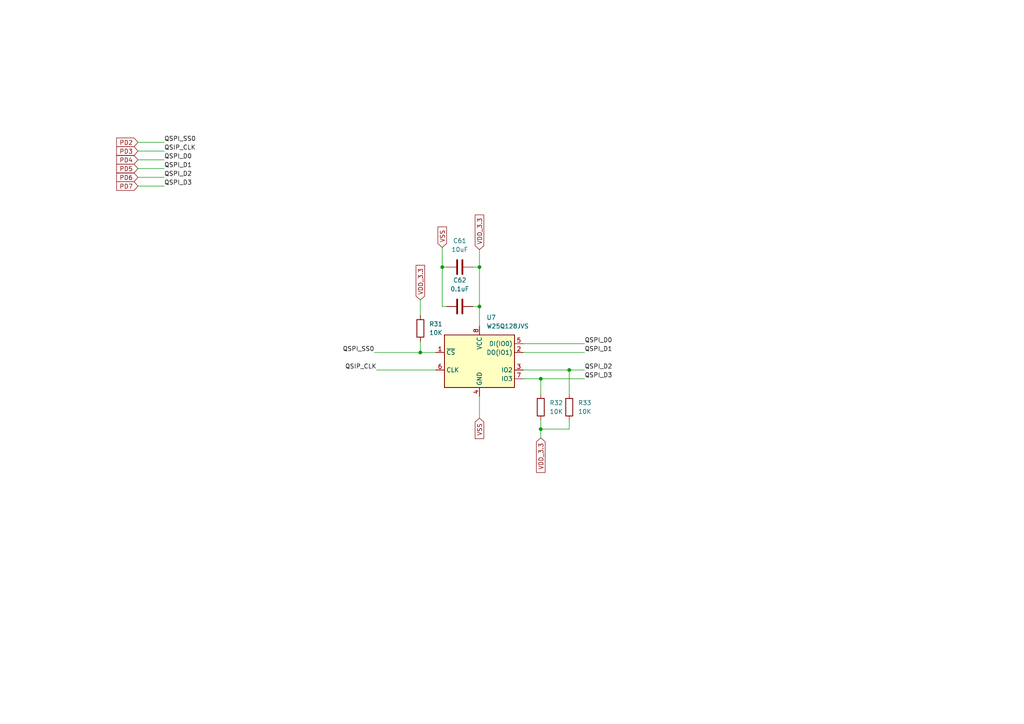
<source format=kicad_sch>
(kicad_sch (version 20231120) (generator "eeschema") (generator_version "8.0")
  (paper "A4")
  (lib_symbols
    (symbol "Device:C" (pin_numbers hide) (pin_names (offset 0.254))
      (property "Reference" "C" (at 0.635 2.54 0))
      (property "Value" "C" (at 0.635 -2.54 0))
      (symbol "C_0_1"
        (polyline (pts (xy -2.032 -0.762) (xy 2.032 -0.762)) (stroke (width 0.508)))
        (polyline (pts (xy -2.032 0.762) (xy 2.032 0.762)) (stroke (width 0.508)))
      )
      (symbol "C_1_1"
        (pin passive line (at 0 3.81 270) (length 2.794) (name "~") (number "1"))
        (pin passive line (at 0 -3.81 90) (length 2.794) (name "~") (number "2"))
      )
    )
    (symbol "Device:R" (pin_numbers hide) (pin_names (offset 0))
      (property "Reference" "R" (at 2.032 0 90))
      (property "Value" "R" (at 0 0 90))
      (symbol "R_0_1"
        (rectangle (start -1.016 -2.54) (end 1.016 2.54) (stroke (width 0.254)))
      )
      (symbol "R_1_1"
        (pin passive line (at 0 3.81 270) (length 1.27) (name "~") (number "1"))
        (pin passive line (at 0 -3.81 90) (length 1.27) (name "~") (number "2"))
      )
    )
    (symbol "Memory_Flash:W25Q128JVS"
      (property "Reference" "U" (at -8.89 8.89 0))
      (property "Value" "W25Q128JVS" (at 7.62 8.89 0))
      (symbol "W25Q128JVS_0_1"
        (rectangle (start -10.16 7.62) (end 10.16 -7.62) (stroke (width 0.254)) (fill (type background)))
      )
      (symbol "W25Q128JVS_1_1"
        (pin input line (at -12.7 2.54 0) (length 2.54) (name "~{CS}") (number "1"))
        (pin bidirectional line (at 12.7 2.54 180) (length 2.54) (name "DO(IO1)") (number "2"))
        (pin bidirectional line (at 12.7 -2.54 180) (length 2.54) (name "IO2") (number "3"))
        (pin power_in line (at 0 -10.16 90) (length 2.54) (name "GND") (number "4"))
        (pin bidirectional line (at 12.7 5.08 180) (length 2.54) (name "DI(IO0)") (number "5"))
        (pin input line (at -12.7 -2.54 0) (length 2.54) (name "CLK") (number "6"))
        (pin bidirectional line (at 12.7 -5.08 180) (length 2.54) (name "IO3") (number "7"))
        (pin power_in line (at 0 10.16 270) (length 2.54) (name "VCC") (number "8"))
      )
    )
  )
  (junction (at 128.27 77.47))
  (junction (at 156.845 124.46))
  (junction (at 139.065 88.9))
  (junction (at 156.845 109.855))
  (junction (at 165.1 107.315))
  (junction (at 139.065 77.47))
  (junction (at 121.92 102.235))
  (wire (pts (xy 128.27 77.47) (xy 129.54 77.47)))
  (wire (pts (xy 139.065 88.9) (xy 139.065 94.615)))
  (wire (pts (xy 128.27 88.9) (xy 129.54 88.9)))
  (wire (pts (xy 156.845 109.855) (xy 156.845 114.3)))
  (wire (pts (xy 40.005 48.895) (xy 47.625 48.895)))
  (wire (pts (xy 109.22 107.315) (xy 126.365 107.315)))
  (wire (pts (xy 151.765 107.315) (xy 165.1 107.315)))
  (wire (pts (xy 40.005 46.355) (xy 47.625 46.355)))
  (wire (pts (xy 156.845 109.855) (xy 169.545 109.855)))
  (wire (pts (xy 40.005 51.435) (xy 47.625 51.435)))
  (wire (pts (xy 165.1 107.315) (xy 169.545 107.315)))
  (wire (pts (xy 121.92 102.235) (xy 126.365 102.235)))
  (wire (pts (xy 139.065 72.39) (xy 139.065 77.47)))
  (wire (pts (xy 165.1 121.92) (xy 165.1 124.46)))
  (wire (pts (xy 151.765 109.855) (xy 156.845 109.855)))
  (wire (pts (xy 108.585 102.235) (xy 121.92 102.235)))
  (wire (pts (xy 156.845 124.46) (xy 156.845 127)))
  (wire (pts (xy 137.16 88.9) (xy 139.065 88.9)))
  (wire (pts (xy 40.005 43.815) (xy 47.625 43.815)))
  (wire (pts (xy 165.1 107.315) (xy 165.1 114.3)))
  (wire (pts (xy 139.065 77.47) (xy 139.065 88.9)))
  (wire (pts (xy 40.005 53.975) (xy 47.625 53.975)))
  (wire (pts (xy 128.27 77.47) (xy 128.27 71.755)))
  (wire (pts (xy 156.845 124.46) (xy 165.1 124.46)))
  (wire (pts (xy 128.27 88.9) (xy 128.27 77.47)))
  (wire (pts (xy 40.005 41.275) (xy 47.625 41.275)))
  (wire (pts (xy 139.065 121.285) (xy 139.065 114.935)))
  (wire (pts (xy 121.92 99.06) (xy 121.92 102.235)))
  (wire (pts (xy 169.545 102.235) (xy 151.765 102.235)))
  (wire (pts (xy 137.16 77.47) (xy 139.065 77.47)))
  (wire (pts (xy 156.845 121.92) (xy 156.845 124.46)))
  (wire (pts (xy 169.545 99.695) (xy 151.765 99.695)))
  (wire (pts (xy 121.92 86.995) (xy 121.92 91.44)))
  (label "QSPI_D0" (at 169.545 99.695 0))
  (label "QSPI_D3" (at 169.545 109.855 0))
  (label "QSPI_D0" (at 47.625 46.355 0))
  (label "QSPI_D1" (at 47.625 48.895 0))
  (label "QSPI_SS0" (at 108.585 102.235 180))
  (label "QSPI_SS0" (at 47.625 41.275 0))
  (label "QSPI_D3" (at 47.625 53.975 0))
  (label "QSPI_D2" (at 169.545 107.315 0))
  (label "QSIP_CLK" (at 47.625 43.815 0))
  (label "QSPI_D2" (at 47.625 51.435 0))
  (label "QSPI_D1" (at 169.545 102.235 0))
  (label "QSIP_CLK" (at 109.22 107.315 180))
  (global_label "PD4" (shape input) (at 40.005 46.355 180) (property "Intersheetrefs" "${INTERSHEET_REFS}" (effects (hide yes))))
  (global_label "VSS" (shape input) (at 128.27 71.755 90) (property "Intersheetrefs" "${INTERSHEET_REFS}" (effects (hide yes))))
  (global_label "PD5" (shape input) (at 40.005 48.895 180) (property "Intersheetrefs" "${INTERSHEET_REFS}" (effects (hide yes))))
  (global_label "PD2" (shape input) (at 40.005 41.275 180) (property "Intersheetrefs" "${INTERSHEET_REFS}" (effects (hide yes))))
  (global_label "VDD_3.3" (shape input) (at 121.92 86.995 90) (property "Intersheetrefs" "${INTERSHEET_REFS}" (effects (hide yes))))
  (global_label "PD7" (shape input) (at 40.005 53.975 180) (property "Intersheetrefs" "${INTERSHEET_REFS}" (effects (hide yes))))
  (global_label "PD3" (shape input) (at 40.005 43.815 180) (property "Intersheetrefs" "${INTERSHEET_REFS}" (effects (hide yes))))
  (global_label "PD6" (shape input) (at 40.005 51.435 180) (property "Intersheetrefs" "${INTERSHEET_REFS}" (effects (hide yes))))
  (global_label "VDD_3.3" (shape input) (at 156.845 127 270) (property "Intersheetrefs" "${INTERSHEET_REFS}" (effects (hide yes))))
  (global_label "VDD_3.3" (shape input) (at 139.065 72.39 90) (property "Intersheetrefs" "${INTERSHEET_REFS}" (effects (hide yes))))
  (global_label "VSS" (shape input) (at 139.065 121.285 270) (property "Intersheetrefs" "${INTERSHEET_REFS}" (effects (hide yes))))
  (symbol (lib_id "Device:C") (at 133.35 88.9 90) (unit 1)
    (property "Reference" "C62" (at 133.35 81.28 90))
    (property "Value" "0.1uF" (at 133.35 83.82 90))
    (property "Footprint" "Capacitor_SMD:C_0402_1005Metric" (effects (hide yes)))
  )
  (symbol (lib_id "Device:R") (at 156.845 118.11 180) (unit 1)
    (property "Reference" "R32" (at 159.385 116.8399 0) (effects (justify right)))
    (property "Value" "10K" (at 159.385 119.3799 0) (effects (justify right)))
    (property "Footprint" "Resistor_SMD:R_0402_1005Metric" (effects (hide yes)))
  )
  (symbol (lib_id "Device:R") (at 165.1 118.11 180) (unit 1)
    (property "Reference" "R33" (at 167.64 116.8399 0) (effects (justify right)))
    (property "Value" "10K" (at 167.64 119.3799 0) (effects (justify right)))
    (property "Footprint" "Resistor_SMD:R_0402_1005Metric" (effects (hide yes)))
  )
  (symbol (lib_id "Memory_Flash:W25Q128JVS") (at 139.065 104.775 0) (unit 1)
    (property "Reference" "U7" (at 141.0844 92.075 0) (effects (justify left)))
    (property "Value" "W25Q128JVS" (at 141.0844 94.615 0) (effects (justify left)))
    (property "Footprint" "Package_SO:SOIC-8_5.23x5.23mm_P1.27mm" (effects (hide yes)))
    (property "Datasheet" "http://www.winbond.com/resource-files/w25q128jv_dtr%20revc%2003272018%20plus.pdf" (effects (hide yes)))
  )
  (symbol (lib_id "Device:C") (at 133.35 77.47 90) (unit 1)
    (property "Reference" "C61" (at 133.35 69.85 90))
    (property "Value" "10uF" (at 133.35 72.39 90))
    (property "Footprint" "Capacitor_SMD:C_0402_1005Metric" (effects (hide yes)))
  )
  (symbol (lib_id "Device:R") (at 121.92 95.25 180) (unit 1)
    (property "Reference" "R31" (at 124.46 93.9799 0) (effects (justify right)))
    (property "Value" "10K" (at 124.46 96.5199 0) (effects (justify right)))
    (property "Footprint" "Resistor_SMD:R_0402_1005Metric" (effects (hide yes)))
  )
)
</source>
